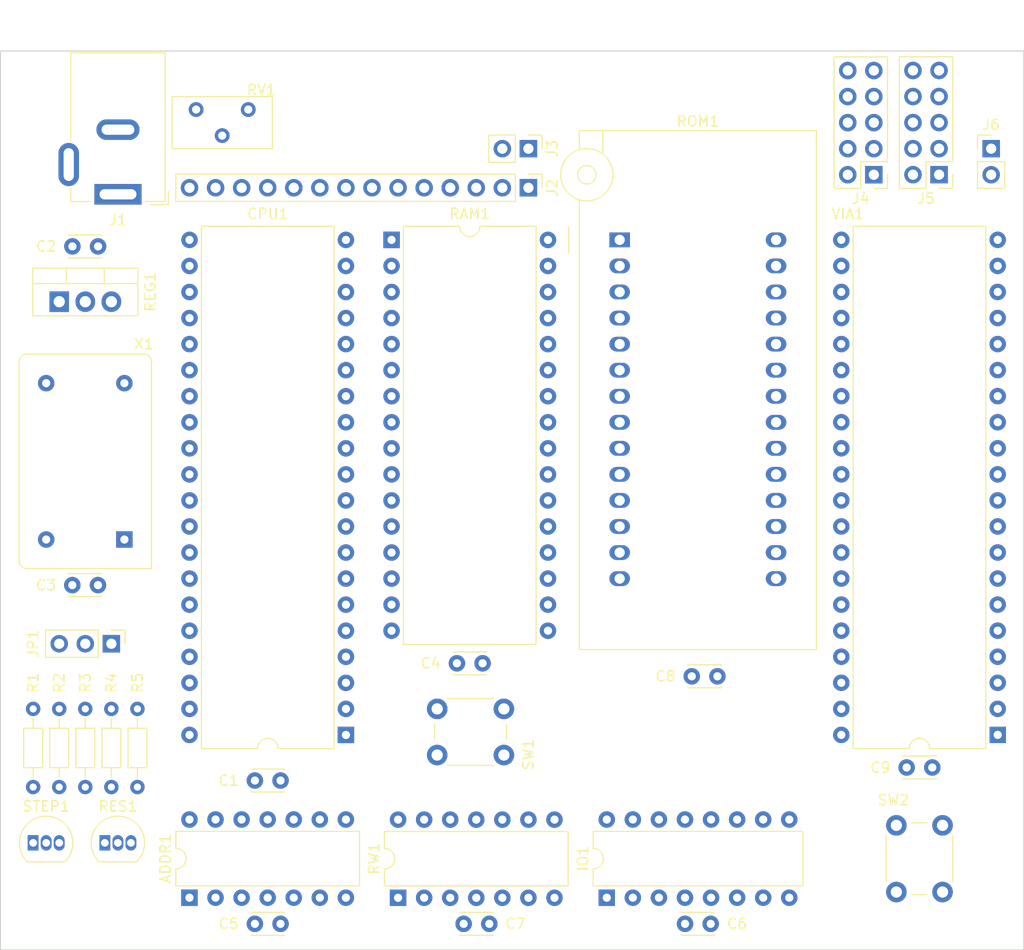
<source format=kicad_pcb>
(kicad_pcb (version 20211014) (generator pcbnew)
  (layers (0 "F.Cu" signal) (31 "B.Cu" signal) (34 "B.Paste" user) (35 "F.Paste" user) (36 "B.SilkS" user "B.Silkscreen") (37 "F.SilkS" user "F.Silkscreen") (38 "B.Mask" user) (39 "F.Mask" user) (44 "Edge.Cuts" user))
  (net 0 "")
  (net 1 "GND")
  (net 2 "Net-(CPU1-Pad38)")
  (net 3 "+5V")
  (net 5 "Net-(CPU1-Pad2)")
  (net 7 "~{IRQ}")
  (net 9 "Net-(CPU1-Pad6)")
  (net 11 "A_{0}")
  (net 12 "A_{1}")
  (net 13 "A_{2}")
  (net 14 "A_{3}")
  (net 15 "A_{4}")
  (net 16 "A_{5}")
  (net 17 "A_{6}")
  (net 18 "A_{7}")
  (net 19 "A_{8}")
  (net 20 "A_{9}")
  (net 21 "A_{10}")
  (net 22 "A_{11}")
  (net 23 "A_{12}")
  (net 24 "A_{13}")
  (net 25 "A_{14}")
  (net 26 "A_{15}")
  (net 27 "D_{7}")
  (net 28 "D_{6}")
  (net 29 "D_{5}")
  (net 30 "D_{4}")
  (net 31 "D_{3}")
  (net 32 "D_{2}")
  (net 33 "D_{1}")
  (net 34 "D_{0}")
  (net 35 "R~{W}")
  (net 37 "Net-(CPU1-Pad36)")
  (net 38 "Net-(CPU1-Pad37)")
  (net 39 "Ф2")
  (net 40 "~{RES}")
  (net 41 "ROM~{EN}")
  (net 42 "~{RD}")
  (net 43 "RAM~{EN}")
  (net 50 "VIA~{EN}")
  (net 51 "LCD~{EN}")
  (net 52 "Net-(C2-Pad1)")
  (net 53 "~{WD}")
  (net 54 "STEP")
  (net 55 "CLK")
  (net 56 "Net-(ADDR1-Pad3)")
  (net 58 "Net-(RW1-Pad3)")
  (net 59 "Net-(VIA1-Pad3)")
  (net 60 "Net-(VIA1-Pad4)")
  (net 61 "Net-(VIA1-Pad5)")
  (net 62 "Net-(VIA1-Pad6)")
  (net 63 "Net-(VIA1-Pad7)")
  (net 64 "Net-(VIA1-Pad8)")
  (net 65 "Net-(VIA1-Pad9)")
  (net 66 "Net-(VIA1-Pad40)")
  (net 67 "Net-(VIA1-Pad39)")
  (net 68 "Net-(VIA1-Pad10)")
  (net 69 "Net-(VIA1-Pad11)")
  (net 70 "Net-(VIA1-Pad12)")
  (net 71 "Net-(VIA1-Pad13)")
  (net 72 "Net-(VIA1-Pad14)")
  (net 73 "Net-(VIA1-Pad15)")
  (net 74 "Net-(VIA1-Pad16)")
  (net 75 "Net-(VIA1-Pad17)")
  (net 76 "Net-(VIA1-Pad18)")
  (net 77 "Net-(VIA1-Pad19)")
  (net 78 "Net-(RV1-Pad2)")
  (net 85 "Net-(VIA1-Pad2)")
  (footprint "Package_DIP:DIP-32_W15.24mm" (layer "F.Cu") (at 57.785 36.195)
    (fp_text reference "RAM1" (at 7.62 -2.54) (layer "F.SilkS"))
    (fp_text value "AS6C4008")
    (pad "1" thru_hole rect (at 0 0) (size 1.6 1.6) (drill 0.8) (layers *.Cu *.Mask) (net 3 "+5V"))
    (pad "2" thru_hole oval (at 0 2.54) (size 1.6 1.6) (drill 0.8) (layers *.Cu *.Mask) (net 3 "+5V"))
    (pad "3" thru_hole oval (at 0 5.08) (size 1.6 1.6) (drill 0.8) (layers *.Cu *.Mask) (net 25 "A_{14}"))
    (pad "4" thru_hole oval (at 0 7.62) (size 1.6 1.6) (drill 0.8) (layers *.Cu *.Mask) (net 23 "A_{12}"))
    (pad "5" thru_hole oval (at 0 10.16) (size 1.6 1.6) (drill 0.8) (layers *.Cu *.Mask) (net 18 "A_{7}"))
    (pad "6" thru_hole oval (at 0 12.7) (size 1.6 1.6) (drill 0.8) (layers *.Cu *.Mask) (net 17 "A_{6}"))
    (pad "7" thru_hole oval (at 0 15.24) (size 1.6 1.6) (drill 0.8) (layers *.Cu *.Mask) (net 16 "A_{5}"))
    (pad "8" thru_hole oval (at 0 17.78) (size 1.6 1.6) (drill 0.8) (layers *.Cu *.Mask) (net 15 "A_{4}"))
    (pad "9" thru_hole oval (at 0 20.32) (size 1.6 1.6) (drill 0.8) (layers *.Cu *.Mask) (net 14 "A_{3}"))
    (pad "10" thru_hole oval (at 0 22.86) (size 1.6 1.6) (drill 0.8) (layers *.Cu *.Mask) (net 13 "A_{2}"))
    (pad "11" thru_hole oval (at 0 25.4) (size 1.6 1.6) (drill 0.8) (layers *.Cu *.Mask) (net 12 "A_{1}"))
    (pad "12" thru_hole oval (at 0 27.94) (size 1.6 1.6) (drill 0.8) (layers *.Cu *.Mask) (net 11 "A_{0}"))
    (pad "13" thru_hole oval (at 0 30.48) (size 1.6 1.6) (drill 0.8) (layers *.Cu *.Mask) (net 34 "D_{0}"))
    (pad "14" thru_hole oval (at 0 33.02) (size 1.6 1.6) (drill 0.8) (layers *.Cu *.Mask) (net 33 "D_{1}"))
    (pad "15" thru_hole oval (at 0 35.56) (size 1.6 1.6) (drill 0.8) (layers *.Cu *.Mask) (net 32 "D_{2}"))
    (pad "16" thru_hole oval (at 0 38.1) (size 1.6 1.6) (drill 0.8) (layers *.Cu *.Mask) (net 1 "GND"))
    (pad "17" thru_hole oval (at 15.24 38.1) (size 1.6 1.6) (drill 0.8) (layers *.Cu *.Mask) (net 31 "D_{3}"))
    (pad "18" thru_hole oval (at 15.24 35.56) (size 1.6 1.6) (drill 0.8) (layers *.Cu *.Mask) (net 30 "D_{4}"))
    (pad "19" thru_hole oval (at 15.24 33.02) (size 1.6 1.6) (drill 0.8) (layers *.Cu *.Mask) (net 29 "D_{5}"))
    (pad "20" thru_hole oval (at 15.24 30.48) (size 1.6 1.6) (drill 0.8) (layers *.Cu *.Mask) (net 28 "D_{6}"))
    (pad "21" thru_hole oval (at 15.24 27.94) (size 1.6 1.6) (drill 0.8) (layers *.Cu *.Mask) (net 27 "D_{7}"))
    (pad "22" thru_hole oval (at 15.24 25.4) (size 1.6 1.6) (drill 0.8) (layers *.Cu *.Mask) (net 43 "RAM~{EN}"))
    (pad "23" thru_hole oval (at 15.24 22.86) (size 1.6 1.6) (drill 0.8) (layers *.Cu *.Mask) (net 21 "A_{10}"))
    (pad "24" thru_hole oval (at 15.24 20.32) (size 1.6 1.6) (drill 0.8) (layers *.Cu *.Mask) (net 42 "~{RD}"))
    (pad "25" thru_hole oval (at 15.24 17.78) (size 1.6 1.6) (drill 0.8) (layers *.Cu *.Mask) (net 22 "A_{11}"))
    (pad "26" thru_hole oval (at 15.24 15.24) (size 1.6 1.6) (drill 0.8) (layers *.Cu *.Mask) (net 20 "A_{9}"))
    (pad "27" thru_hole oval (at 15.24 12.7) (size 1.6 1.6) (drill 0.8) (layers *.Cu *.Mask) (net 19 "A_{8}"))
    (pad "28" thru_hole oval (at 15.24 10.16) (size 1.6 1.6) (drill 0.8) (layers *.Cu *.Mask) (net 24 "A_{13}"))
    (pad "29" thru_hole oval (at 15.24 7.62) (size 1.6 1.6) (drill 0.8) (layers *.Cu *.Mask) (net 53 "~{WD}"))
    (pad "30" thru_hole oval (at 15.24 5.08) (size 1.6 1.6) (drill 0.8) (layers *.Cu *.Mask) (net 3 "+5V"))
    (pad "31" thru_hole oval (at 15.24 2.54) (size 1.6 1.6) (drill 0.8) (layers *.Cu *.Mask) (net 26 "A_{15}"))
    (pad "32" thru_hole oval (at 15.24 0) (size 1.6 1.6) (drill 0.8) (layers *.Cu *.Mask) (net 3 "+5V"))
  )
  (footprint "Package_DIP:DIP-40_W15.24mm" (layer "F.Cu") (at 116.845 84.45 180)
    (fp_text reference "VIA1" (at 14.61 50.795) (layer "F.SilkS"))
    (fp_text value "W65C22N6TPG")
    (pad "1" thru_hole rect (at 0 0 180) (size 1.6 1.6) (drill 0.8) (layers *.Cu *.Mask) (net 1 "GND"))
    (pad "2" thru_hole oval (at 0 2.54 180) (size 1.6 1.6) (drill 0.8) (layers *.Cu *.Mask) (net 85 "Net-(VIA1-Pad2)"))
    (pad "3" thru_hole oval (at 0 5.08 180) (size 1.6 1.6) (drill 0.8) (layers *.Cu *.Mask) (net 59 "Net-(VIA1-Pad3)"))
    (pad "4" thru_hole oval (at 0 7.62 180) (size 1.6 1.6) (drill 0.8) (layers *.Cu *.Mask) (net 60 "Net-(VIA1-Pad4)"))
    (pad "5" thru_hole oval (at 0 10.16 180) (size 1.6 1.6) (drill 0.8) (layers *.Cu *.Mask) (net 61 "Net-(VIA1-Pad5)"))
    (pad "6" thru_hole oval (at 0 12.7 180) (size 1.6 1.6) (drill 0.8) (layers *.Cu *.Mask) (net 62 "Net-(VIA1-Pad6)"))
    (pad "7" thru_hole oval (at 0 15.24 180) (size 1.6 1.6) (drill 0.8) (layers *.Cu *.Mask) (net 63 "Net-(VIA1-Pad7)"))
    (pad "8" thru_hole oval (at 0 17.78 180) (size 1.6 1.6) (drill 0.8) (layers *.Cu *.Mask) (net 64 "Net-(VIA1-Pad8)"))
    (pad "9" thru_hole oval (at 0 20.32 180) (size 1.6 1.6) (drill 0.8) (layers *.Cu *.Mask) (net 65 "Net-(VIA1-Pad9)"))
    (pad "10" thru_hole oval (at 0 22.86 180) (size 1.6 1.6) (drill 0.8) (layers *.Cu *.Mask) (net 68 "Net-(VIA1-Pad10)"))
    (pad "11" thru_hole oval (at 0 25.4 180) (size 1.6 1.6) (drill 0.8) (layers *.Cu *.Mask) (net 69 "Net-(VIA1-Pad11)"))
    (pad "12" thru_hole oval (at 0 27.94 180) (size 1.6 1.6) (drill 0.8) (layers *.Cu *.Mask) (net 70 "Net-(VIA1-Pad12)"))
    (pad "13" thru_hole oval (at 0 30.48 180) (size 1.6 1.6) (drill 0.8) (layers *.Cu *.Mask) (net 71 "Net-(VIA1-Pad13)"))
    (pad "14" thru_hole oval (at 0 33.02 180) (size 1.6 1.6) (drill 0.8) (layers *.Cu *.Mask) (net 72 "Net-(VIA1-Pad14)"))
    (pad "15" thru_hole oval (at 0 35.56 180) (size 1.6 1.6) (drill 0.8) (layers *.Cu *.Mask) (net 73 "Net-(VIA1-Pad15)"))
    (pad "16" thru_hole oval (at 0 38.1 180) (size 1.6 1.6) (drill 0.8) (layers *.Cu *.Mask) (net 74 "Net-(VIA1-Pad16)"))
    (pad "17" thru_hole oval (at 0 40.64 180) (size 1.6 1.6) (drill 0.8) (layers *.Cu *.Mask) (net 75 "Net-(VIA1-Pad17)"))
    (pad "18" thru_hole oval (at 0 43.18 180) (size 1.6 1.6) (drill 0.8) (layers *.Cu *.Mask) (net 76 "Net-(VIA1-Pad18)"))
    (pad "19" thru_hole oval (at 0 45.72 180) (size 1.6 1.6) (drill 0.8) (layers *.Cu *.Mask) (net 77 "Net-(VIA1-Pad19)"))
    (pad "20" thru_hole oval (at 0 48.26 180) (size 1.6 1.6) (drill 0.8) (layers *.Cu *.Mask) (net 3 "+5V"))
    (pad "21" thru_hole oval (at 15.24 48.26 180) (size 1.6 1.6) (drill 0.8) (layers *.Cu *.Mask) (net 7 "~{IRQ}"))
    (pad "22" thru_hole oval (at 15.24 45.72 180) (size 1.6 1.6) (drill 0.8) (layers *.Cu *.Mask) (net 35 "R~{W}"))
    (pad "23" thru_hole oval (at 15.24 43.18 180) (size 1.6 1.6) (drill 0.8) (layers *.Cu *.Mask) (net 50 "VIA~{EN}"))
    (pad "24" thru_hole oval (at 15.24 40.64 180) (size 1.6 1.6) (drill 0.8) (layers *.Cu *.Mask) (net 3 "+5V"))
    (pad "25" thru_hole oval (at 15.24 38.1 180) (size 1.6 1.6) (drill 0.8) (layers *.Cu *.Mask) (net 39 "Ф2"))
    (pad "26" thru_hole oval (at 15.24 35.56 180) (size 1.6 1.6) (drill 0.8) (layers *.Cu *.Mask) (net 27 "D_{7}"))
    (pad "27" thru_hole oval (at 15.24 33.02 180) (size 1.6 1.6) (drill 0.8) (layers *.Cu *.Mask) (net 28 "D_{6}"))
    (pad "28" thru_hole oval (at 15.24 30.48 180) (size 1.6 1.6) (drill 0.8) (layers *.Cu *.Mask) (net 29 "D_{5}"))
    (pad "29" thru_hole oval (at 15.24 27.94 180) (size 1.6 1.6) (drill 0.8) (layers *.Cu *.Mask) (net 30 "D_{4}"))
    (pad "30" thru_hole oval (at 15.24 25.4 180) (size 1.6 1.6) (drill 0.8) (layers *.Cu *.Mask) (net 31 "D_{3}"))
    (pad "31" thru_hole oval (at 15.24 22.86 180) (size 1.6 1.6) (drill 0.8) (layers *.Cu *.Mask) (net 32 "D_{2}"))
    (pad "32" thru_hole oval (at 15.24 20.32 180) (size 1.6 1.6) (drill 0.8) (layers *.Cu *.Mask) (net 33 "D_{1}"))
    (pad "33" thru_hole oval (at 15.24 17.78 180) (size 1.6 1.6) (drill 0.8) (layers *.Cu *.Mask) (net 34 "D_{0}"))
    (pad "34" thru_hole oval (at 15.24 15.24 180) (size 1.6 1.6) (drill 0.8) (layers *.Cu *.Mask) (net 40 "~{RES}"))
    (pad "35" thru_hole oval (at 15.24 12.7 180) (size 1.6 1.6) (drill 0.8) (layers *.Cu *.Mask) (net 14 "A_{3}"))
    (pad "36" thru_hole oval (at 15.24 10.16 180) (size 1.6 1.6) (drill 0.8) (layers *.Cu *.Mask) (net 13 "A_{2}"))
    (pad "37" thru_hole oval (at 15.24 7.62 180) (size 1.6 1.6) (drill 0.8) (layers *.Cu *.Mask) (net 12 "A_{1}"))
    (pad "38" thru_hole oval (at 15.24 5.08 180) (size 1.6 1.6) (drill 0.8) (layers *.Cu *.Mask) (net 11 "A_{0}"))
    (pad "39" thru_hole oval (at 15.24 2.54 180) (size 1.6 1.6) (drill 0.8) (layers *.Cu *.Mask) (net 67 "Net-(VIA1-Pad39)"))
    (pad "40" thru_hole oval (at 15.24 0 180) (size 1.6 1.6) (drill 0.8) (layers *.Cu *.Mask) (net 66 "Net-(VIA1-Pad40)"))
  )
  (footprint "Button_Switch_THT:SW_PUSH_6mm_H5mm" (layer "F.Cu") (at 106.97 99.77 90)
    (fp_text reference "SW2" (at 8.965 -0.29 180) (layer "F.SilkS"))
    (fp_text value "Reset")
    (pad "1" thru_hole circle (at 6.5 0 180) (size 2 2) (drill 1.1) (layers *.Cu *.Mask) (net 40 "~{RES}"))
    (pad "1" thru_hole circle (at 0 0 180) (size 2 2) (drill 1.1) (layers *.Cu *.Mask) (net 40 "~{RES}"))
    (pad "2" thru_hole circle (at 0 4.5 180) (size 2 2) (drill 1.1) (layers *.Cu *.Mask) (net 1 "GND"))
    (pad "2" thru_hole circle (at 6.5 4.5 180) (size 2 2) (drill 1.1) (layers *.Cu *.Mask) (net 1 "GND"))
  )
  (footprint "Capacitor_THT:C_Disc_D3.0mm_W2.0mm_P2.50mm" (layer "F.Cu") (at 44.47 102.87)
    (fp_text reference "C5" (at -2.56 0) (layer "F.SilkS"))
    (fp_text value "0.1uF")
    (pad "1" thru_hole circle (at 0 0) (size 1.6 1.6) (drill 0.8) (layers *.Cu *.Mask) (net 3 "+5V"))
    (pad "2" thru_hole circle (at 2.5 0) (size 1.6 1.6) (drill 0.8) (layers *.Cu *.Mask) (net 1 "GND"))
  )
  (footprint "Connector_PinHeader_2.54mm:PinHeader_2x05_P2.54mm_Vertical" (layer "F.Cu") (at 104.775 29.845 180)
    (fp_text reference "J4" (at 1.27 -2.33) (layer "F.SilkS"))
    (fp_text value "VIA_A")
    (pad "1" thru_hole rect (at 0 0 180) (size 1.7 1.7) (drill 1) (layers *.Cu *.Mask) (net 85 "Net-(VIA1-Pad2)"))
    (pad "2" thru_hole oval (at 2.54 0 180) (size 1.7 1.7) (drill 1) (layers *.Cu *.Mask) (net 59 "Net-(VIA1-Pad3)"))
    (pad "3" thru_hole oval (at 0 2.54 180) (size 1.7 1.7) (drill 1) (layers *.Cu *.Mask) (net 60 "Net-(VIA1-Pad4)"))
    (pad "4" thru_hole oval (at 2.54 2.54 180) (size 1.7 1.7) (drill 1) (layers *.Cu *.Mask) (net 61 "Net-(VIA1-Pad5)"))
    (pad "5" thru_hole oval (at 0 5.08 180) (size 1.7 1.7) (drill 1) (layers *.Cu *.Mask) (net 62 "Net-(VIA1-Pad6)"))
    (pad "6" thru_hole oval (at 2.54 5.08 180) (size 1.7 1.7) (drill 1) (layers *.Cu *.Mask) (net 63 "Net-(VIA1-Pad7)"))
    (pad "7" thru_hole oval (at 0 7.62 180) (size 1.7 1.7) (drill 1) (layers *.Cu *.Mask) (net 64 "Net-(VIA1-Pad8)"))
    (pad "8" thru_hole oval (at 2.54 7.62 180) (size 1.7 1.7) (drill 1) (layers *.Cu *.Mask) (net 65 "Net-(VIA1-Pad9)"))
    (pad "9" thru_hole oval (at 0 10.16 180) (size 1.7 1.7) (drill 1) (layers *.Cu *.Mask) (net 66 "Net-(VIA1-Pad40)"))
    (pad "10" thru_hole oval (at 2.54 10.16 180) (size 1.7 1.7) (drill 1) (layers *.Cu *.Mask) (net 67 "Net-(VIA1-Pad39)"))
  )
  (footprint "Connector_PinHeader_2.54mm:PinHeader_2x05_P2.54mm_Vertical" (layer "F.Cu") (at 111.13 29.84 180)
    (fp_text reference "J5" (at 1.27 -2.33) (layer "F.SilkS"))
    (fp_text value "VIA_B")
    (pad "1" thru_hole rect (at 0 0 180) (size 1.7 1.7) (drill 1) (layers *.Cu *.Mask) (net 68 "Net-(VIA1-Pad10)"))
    (pad "2" thru_hole oval (at 2.54 0 180) (size 1.7 1.7) (drill 1) (layers *.Cu *.Mask) (net 69 "Net-(VIA1-Pad11)"))
    (pad "3" thru_hole oval (at 0 2.54 180) (size 1.7 1.7) (drill 1) (layers *.Cu *.Mask) (net 70 "Net-(VIA1-Pad12)"))
    (pad "4" thru_hole oval (at 2.54 2.54 180) (size 1.7 1.7) (drill 1) (layers *.Cu *.Mask) (net 71 "Net-(VIA1-Pad13)"))
    (pad "5" thru_hole oval (at 0 5.08 180) (size 1.7 1.7) (drill 1) (layers *.Cu *.Mask) (net 72 "Net-(VIA1-Pad14)"))
    (pad "6" thru_hole oval (at 2.54 5.08 180) (size 1.7 1.7) (drill 1) (layers *.Cu *.Mask) (net 73 "Net-(VIA1-Pad15)"))
    (pad "7" thru_hole oval (at 0 7.62 180) (size 1.7 1.7) (drill 1) (layers *.Cu *.Mask) (net 74 "Net-(VIA1-Pad16)"))
    (pad "8" thru_hole oval (at 2.54 7.62 180) (size 1.7 1.7) (drill 1) (layers *.Cu *.Mask) (net 75 "Net-(VIA1-Pad17)"))
    (pad "9" thru_hole oval (at 0 10.16 180) (size 1.7 1.7) (drill 1) (layers *.Cu *.Mask) (net 76 "Net-(VIA1-Pad18)"))
    (pad "10" thru_hole oval (at 2.54 10.16 180) (size 1.7 1.7) (drill 1) (layers *.Cu *.Mask) (net 77 "Net-(VIA1-Pad19)"))
  )
  (footprint "Package_TO_SOT_THT:TO-92_Inline" (layer "F.Cu") (at 29.85 94.975)
    (fp_text reference "RES1" (at 1.27 -3.56) (layer "F.SilkS"))
    (fp_text value "DS1813")
    (pad "1" thru_hole rect (at 0 0) (size 1.05 1.5) (drill 0.75) (layers *.Cu *.Mask) (net 40 "~{RES}"))
    (pad "2" thru_hole oval (at 1.27 0) (size 1.05 1.5) (drill 0.75) (layers *.Cu *.Mask) (net 3 "+5V"))
    (pad "3" thru_hole oval (at 2.54 0) (size 1.05 1.5) (drill 0.75) (layers *.Cu *.Mask) (net 1 "GND"))
  )
  (footprint "Capacitor_THT:C_Disc_D3.0mm_W2.0mm_P2.50mm" (layer "F.Cu") (at 88.88 102.87 180)
    (fp_text reference "C6" (at -2.56 0) (layer "F.SilkS"))
    (fp_text value "0.1uF")
    (pad "1" thru_hole circle (at 0 0 180) (size 1.6 1.6) (drill 0.8) (layers *.Cu *.Mask) (net 3 "+5V"))
    (pad "2" thru_hole circle (at 2.5 0 180) (size 1.6 1.6) (drill 0.8) (layers *.Cu *.Mask) (net 1 "GND"))
  )
  (footprint "MountingHole:MountingHole_2.5mm" (layer "F.Cu") (at 22.86 102.235)
    (fp_text reference "REF**" hide)
    (fp_text value "MountingHole_2.5mm" hide)
    (pad "" np_thru_hole circle (at 0 0) (size 2.5 2.5) (drill 2.5) (layers *.Cu *.Mask))
  )
  (footprint "Potentiometer_THT:Potentiometer_Bourns_3296Y_Vertical" (layer "F.Cu") (at 43.825 23.49)
    (fp_text reference "RV1" (at 1.27 -1.905) (layer "F.SilkS"))
    (fp_text value "10K")
    (pad "1" thru_hole circle (at 0 0) (size 1.44 1.44) (drill 0.8) (layers *.Cu *.Mask) (net 1 "GND"))
    (pad "2" thru_hole circle (at -2.54 2.54) (size 1.44 1.44) (drill 0.8) (layers *.Cu *.Mask) (net 78 "Net-(RV1-Pad2)"))
    (pad "3" thru_hole circle (at -5.08 0) (size 1.44 1.44) (drill 0.8) (layers *.Cu *.Mask) (net 3 "+5V"))
  )
  (footprint "Package_DIP:DIP-14_W7.62mm" (layer "F.Cu") (at 58.42 100.33 90)
    (fp_text reference "RW1" (at 3.81 -2.33 90) (layer "F.SilkS"))
    (fp_text value "74HC00")
    (pad "1" thru_hole rect (at 0 0 90) (size 1.6 1.6) (drill 0.8) (layers *.Cu *.Mask) (net 35 "R~{W}"))
    (pad "2" thru_hole oval (at 0 2.54 90) (size 1.6 1.6) (drill 0.8) (layers *.Cu *.Mask) (net 35 "R~{W}"))
    (pad "3" thru_hole oval (at 0 5.08 90) (size 1.6 1.6) (drill 0.8) (layers *.Cu *.Mask) (net 58 "Net-(RW1-Pad3)"))
    (pad "4" thru_hole oval (at 0 7.62 90) (size 1.6 1.6) (drill 0.8) (layers *.Cu *.Mask) (net 58 "Net-(RW1-Pad3)"))
    (pad "5" thru_hole oval (at 0 10.16 90) (size 1.6 1.6) (drill 0.8) (layers *.Cu *.Mask) (net 39 "Ф2"))
    (pad "6" thru_hole oval (at 0 12.7 90) (size 1.6 1.6) (drill 0.8) (layers *.Cu *.Mask) (net 53 "~{WD}"))
    (pad "7" thru_hole oval (at 0 15.24 90) (size 1.6 1.6) (drill 0.8) (layers *.Cu *.Mask) (net 1 "GND"))
    (pad "8" thru_hole oval (at 7.62 15.24 90) (size 1.6 1.6) (drill 0.8) (layers *.Cu *.Mask) (net 42 "~{RD}"))
    (pad "9" thru_hole oval (at 7.62 12.7 90) (size 1.6 1.6) (drill 0.8) (layers *.Cu *.Mask) (net 35 "R~{W}"))
    (pad "10" thru_hole oval (at 7.62 10.16 90) (size 1.6 1.6) (drill 0.8) (layers *.Cu *.Mask) (net 39 "Ф2"))
    (pad "11" thru_hole oval (at 7.62 7.62 90) (size 1.6 1.6) (drill 0.8) (layers *.Cu *.Mask))
    (pad "12" thru_hole oval (at 7.62 5.08 90) (size 1.6 1.6) (drill 0.8) (layers *.Cu *.Mask))
    (pad "13" thru_hole oval (at 7.62 2.54 90) (size 1.6 1.6) (drill 0.8) (layers *.Cu *.Mask))
    (pad "14" thru_hole oval (at 7.62 0 90) (size 1.6 1.6) (drill 0.8) (layers *.Cu *.Mask) (net 3 "+5V"))
  )
  (footprint "Package_DIP:DIP-40_W15.24mm" (layer "F.Cu") (at 53.34 84.455 180)
    (fp_text reference "CPU1" (at 7.62 50.8) (layer "F.SilkS"))
    (fp_text value "W65C02S6TPG")
    (pad "1" thru_hole rect (at 0 0 180) (size 1.6 1.6) (drill 0.8) (layers *.Cu *.Mask))
    (pad "2" thru_hole oval (at 0 2.54 180) (size 1.6 1.6) (drill 0.8) (layers *.Cu *.Mask) (net 5 "Net-(CPU1-Pad2)"))
    (pad "3" thru_hole oval (at 0 5.08 180) (size 1.6 1.6) (drill 0.8) (layers *.Cu *.Mask))
    (pad "4" thru_hole oval (at 0 7.62 180) (size 1.6 1.6) (drill 0.8) (layers *.Cu *.Mask) (net 7 "~{IRQ}"))
    (pad "5" thru_hole oval (at 0 10.16 180) (size 1.6 1.6) (drill 0.8) (layers *.Cu *.Mask))
    (pad "6" thru_hole oval (at 0 12.7 180) (size 1.6 1.6) (drill 0.8) (layers *.Cu *.Mask) (net 9 "Net-(CPU1-Pad6)"))
    (pad "7" thru_hole oval (at 0 15.24 180) (size 1.6 1.6) (drill 0.8) (layers *.Cu *.Mask))
    (pad "8" thru_hole oval (at 0 17.78 180) (size 1.6 1.6) (drill 0.8) (layers *.Cu *.Mask) (net 3 "+5V"))
    (pad "9" thru_hole oval (at 0 20.32 180) (size 1.6 1.6) (drill 0.8) (layers *.Cu *.Mask) (net 11 "A_{0}"))
    (pad "10" thru_hole oval (at 0 22.86 180) (size 1.6 1.6) (drill 0.8) (layers *.Cu *.Mask) (net 12 "A_{1}"))
    (pad "11" thru_hole oval (at 0 25.4 180) (size 1.6 1.6) (drill 0.8) (layers *.Cu *.Mask) (net 13 "A_{2}"))
    (pad "12" thru_hole oval (at 0 27.94 180) (size 1.6 1.6) (drill 0.8) (layers *.Cu *.Mask) (net 14 "A_{3}"))
    (pad "13" thru_hole oval (at 0 30.48 180) (size 1.6 1.6) (drill 0.8) (layers *.Cu *.Mask) (net 15 "A_{4}"))
    (pad "14" thru_hole oval (at 0 33.02 180) (size 1.6 1.6) (drill 0.8) (layers *.Cu *.Mask) (net 16 "A_{5}"))
    (pad "15" thru_hole oval (at 0 35.56 180) (size 1.6 1.6) (drill 0.8) (layers *.Cu *.Mask) (net 17 "A_{6}"))
    (pad "16" thru_hole oval (at 0 38.1 180) (size 1.6 1.6) (drill 0.8) (layers *.Cu *.Mask) (net 18 "A_{7}"))
    (pad "17" thru_hole oval (at 0 40.64 180) (size 1.6 1.6) (drill 0.8) (layers *.Cu *.Mask) (net 19 "A_{8}"))
    (pad "18" thru_hole oval (at 0 43.18 180) (size 1.6 1.6) (drill 0.8) (layers *.Cu *.Mask) (net 20 "A_{9}"))
    (pad "19" thru_hole oval (at 0 45.72 180) (size 1.6 1.6) (drill 0.8) (layers *.Cu *.Mask) (net 21 "A_{10}"))
    (pad "20" thru_hole oval (at 0 48.26 180) (size 1.6 1.6) (drill 0.8) (layers *.Cu *.Mask) (net 22 "A_{11}"))
    (pad "21" thru_hole oval (at 15.24 48.26 180) (size 1.6 1.6) (drill 0.8) (layers *.Cu *.Mask) (net 1 "GND"))
    (pad "22" thru_hole oval (at 15.24 45.72 180) (size 1.6 1.6) (drill 0.8) (layers *.Cu *.Mask) (net 23 "A_{12}"))
    (pad "23" thru_hole oval (at 15.24 43.18 180) (size 1.6 1.6) (drill 0.8) (layers *.Cu *.Mask) (net 24 "A_{13}"))
    (pad "24" thru_hole oval (at 15.24 40.64 180) (size 1.6 1.6) (drill 0.8) (layers *.Cu *.Mask) (net 25 "A_{14}"))
    (pad "25" thru_hole oval (at 15.24 38.1 180) (size 1.6 1.6) (drill 0.8) (layers *.Cu *.Mask) (net 26 "A_{15}"))
    (pad "26" thru_hole oval (at 15.24 35.56 180) (size 1.6 1.6) (drill 0.8) (layers *.Cu *.Mask) (net 27 "D_{7}"))
    (pad "27" thru_hole oval (at 15.24 33.02 180) (size 1.6 1.6) (drill 0.8) (layers *.Cu *.Mask) (net 28 "D_{6}"))
    (pad "28" thru_hole oval (at 15.24 30.48 180) (size 1.6 1.6) (drill 0.8) (layers *.Cu *.Mask) (net 29 "D_{5}"))
    (pad "29" thru_hole oval (at 15.24 27.94 180) (size 1.6 1.6) (drill 0.8) (layers *.Cu *.Mask) (net 30 "D_{4}"))
    (pad "30" thru_hole oval (at 15.24 25.4 180) (size 1.6 1.6) (drill 0.8) (layers *.Cu *.Mask) (net 31 "D_{3}"))
    (pad "31" thru_hole oval (at 15.24 22.86 180) (size 1.6 1.6) (drill 0.8) (layers *.Cu *.Mask) (net 32 "D_{2}"))
    (pad "32" thru_hole oval (at 15.24 20.32 180) (size 1.6 1.6) (drill 0.8) (layers *.Cu *.Mask) (net 33 "D_{1}"))
    (pad "33" thru_hole oval (at 15.24 17.78 180) (size 1.6 1.6) (drill 0.8) (layers *.Cu *.Mask) (net 34 "D_{0}"))
    (pad "34" thru_hole oval (at 15.24 15.24 180) (size 1.6 1.6) (drill 0.8) (layers *.Cu *.Mask) (net 35 "R~{W}"))
    (pad "35" thru_hole oval (at 15.24 12.7 180) (size 1.6 1.6) (drill 0.8) (layers *.Cu *.Mask))
    (pad "36" thru_hole oval (at 15.24 10.16 180) (size 1.6 1.6) (drill 0.8) (layers *.Cu *.Mask) (net 37 "Net-(CPU1-Pad36)"))
    (pad "37" thru_hole oval (at 15.24 7.62 180) (size 1.6 1.6) (drill 0.8) (layers *.Cu *.Mask) (net 38 "Net-(CPU1-Pad37)"))
    (pad "38" thru_hole oval (at 15.24 5.08 180) (size 1.6 1.6) (drill 0.8) (layers *.Cu *.Mask) (net 2 "Net-(CPU1-Pad38)"))
    (pad "39" thru_hole oval (at 15.24 2.54 180) (size 1.6 1.6) (drill 0.8) (layers *.Cu *.Mask) (net 39 "Ф2"))
    (pad "40" thru_hole oval (at 15.24 0 180) (size 1.6 1.6) (drill 0.8) (layers *.Cu *.Mask) (net 40 "~{RES}"))
  )
  (footprint "Resistor_THT:R_Axial_DIN0204_L3.6mm_D1.6mm_P7.62mm_Horizontal" (layer "F.Cu") (at 30.485 89.535 90)
    (fp_text reference "R4" (at 10.16 0 90) (layer "F.SilkS"))
    (fp_text value "3K3")
    (pad "1" thru_hole circle (at 0 0 90) (size 1.4 1.4) (drill 0.7) (layers *.Cu *.Mask) (net 3 "+5V"))
    (pad "2" thru_hole oval (at 7.62 0 90) (size 1.4 1.4) (drill 0.7) (layers *.Cu *.Mask) (net 37 "Net-(CPU1-Pad36)"))
  )
  (footprint "Capacitor_THT:C_Disc_D3.0mm_W2.0mm_P2.50mm" (layer "F.Cu") (at 64.155 77.47)
    (fp_text reference "C4" (at -2.56 0) (layer "F.SilkS"))
    (fp_text value "0.1uF")
    (pad "1" thru_hole circle (at 0 0) (size 1.6 1.6) (drill 0.8) (layers *.Cu *.Mask) (net 3 "+5V"))
    (pad "2" thru_hole circle (at 2.5 0) (size 1.6 1.6) (drill 0.8) (layers *.Cu *.Mask) (net 1 "GND"))
  )
  (footprint "Connector_PinHeader_2.54mm:PinHeader_1x02_P2.54mm_Vertical" (layer "F.Cu") (at 71.12 27.305 -90)
    (fp_text reference "J3" (at 0 -2.33 90) (layer "F.SilkS"))
    (fp_text value "LCD_Light")
    (pad "1" thru_hole rect (at 0 0 270) (size 1.7 1.7) (drill 1) (layers *.Cu *.Mask) (net 1 "GND"))
    (pad "2" thru_hole oval (at 0 2.54 270) (size 1.7 1.7) (drill 1) (layers *.Cu *.Mask) (net 3 "+5V"))
  )
  (footprint "Socket:DIP_Socket-28_W11.9_W12.7_W15.24_W17.78_W18.5_3M_228-1277-00-0602J" (layer "F.Cu") (at 80.01 36.195)
    (fp_text reference "ROM1" (at 7.62 -11.56) (layer "F.SilkS"))
    (fp_text value "W27C512")
    (pad "1" thru_hole rect (at 0 0) (size 2 1.44) (drill 1) (layers *.Cu *.Mask) (net 1 "GND"))
    (pad "2" thru_hole oval (at 0 2.54) (size 2 1.44) (drill 1) (layers *.Cu *.Mask) (net 23 "A_{12}"))
    (pad "3" thru_hole oval (at 0 5.08) (size 2 1.44) (drill 1) (layers *.Cu *.Mask) (net 18 "A_{7}"))
    (pad "4" thru_hole oval (at 0 7.62) (size 2 1.44) (drill 1) (layers *.Cu *.Mask) (net 17 "A_{6}"))
    (pad "5" thru_hole oval (at 0 10.16) (size 2 1.44) (drill 1) (layers *.Cu *.Mask) (net 16 "A_{5}"))
    (pad "6" thru_hole oval (at 0 12.7) (size 2 1.44) (drill 1) (layers *.Cu *.Mask) (net 15 "A_{4}"))
    (pad "7" thru_hole oval (at 0 15.24) (size 2 1.44) (drill 1) (layers *.Cu *.Mask) (net 14 "A_{3}"))
    (pad "8" thru_hole oval (at 0 17.78) (size 2 1.44) (drill 1) (layers *.Cu *.Mask) (net 13 "A_{2}"))
    (pad "9" thru_hole oval (at 0 20.32) (size 2 1.44) (drill 1) (layers *.Cu *.Mask) (net 12 "A_{1}"))
    (pad "10" thru_hole oval (at 0 22.86) (size 2 1.44) (drill 1) (layers *.Cu *.Mask) (net 11 "A_{0}"))
    (pad "11" thru_hole oval (at 0 25.4) (size 2 1.44) (drill 1) (layers *.Cu *.Mask) (net 34 "D_{0}"))
    (pad "12" thru_hole oval (at 0 27.94) (size 2 1.44) (drill 1) (layers *.Cu *.Mask) (net 33 "D_{1}"))
    (pad "13" thru_hole oval (at 0 30.48) (size 2 1.44) (drill 1) (layers *.Cu *.Mask) (net 32 "D_{2}"))
    (pad "14" thru_hole oval (at 0 33.02) (size 2 1.44) (drill 1) (layers *.Cu *.Mask) (net 1 "GND"))
    (pad "15" thru_hole oval (at 15.24 33.02) (size 2 1.44) (drill 1) (layers *.Cu *.Mask) (net 31 "D_{3}"))
    (pad "16" thru_hole oval (at 15.24 30.48) (size 2 1.44) (drill 1) (layers *.Cu *.Mask) (net 30 "D_{4}"))
    (pad "17" thru_hole oval (at 15.24 27.94) (size 2 1.44) (drill 1) (layers *.Cu *.Mask) (net 29 "D_{5}"))
    (pad "18" thru_hole oval (at 15.24 25.4) (size 2 1.44) (drill 1) (layers *.Cu *.Mask) (net 28 "D_{6}"))
    (pad "19" thru_hole oval (at 15.24 22.86) (size 2 1.44) (drill 1) (layers *.Cu *.Mask) (net 27 "D_{7}"))
    (pad "20" thru_hole oval (at 15.24 20.32) (size 2 1.44) (drill 1) (layers *.Cu *.Mask) (net 41 "ROM~{EN}"))
    (pad "21" thru_hole oval (at 15.24 17.78) (size 2 1.44) (drill 1) (layers *.Cu *.Mask) (net 21 "A_{10}"))
    (pad "22" thru_hole oval (at 15.24 15.24) (size 2 1.44) (drill 1) (layers *.Cu *.Mask) (net 42 "~{RD}"))
    (pad "23" thru_hole oval (at 15.24 12.7) (size 2 1.44) (drill 1) (layers *.Cu *.Mask) (net 22 "A_{11}"))
    (pad "24" thru_hole oval (at 15.24 10.16) (size 2 1.44) (drill 1) (layers *.Cu *.Mask) (net 20 "A_{9}"))
    (pad "25" thru_hole oval (at 15.24 7.62) (size 2 1.44) (drill 1) (layers *.Cu *.Mask) (net 19 "A_{8}"))
    (pad "26" thru_hole oval (at 15.24 5.08) (size 2 1.44) (drill 1) (layers *.Cu *.Mask) (net 1 "GND"))
    (pad "27" thru_hole oval (at 15.24 2.54) (size 2 1.44) (drill 1) (layers *.Cu *.Mask) (net 1 "GND"))
    (pad "28" thru_hole oval (at 15.24 0) (size 2 1.44) (drill 1) (layers *.Cu *.Mask) (net 3 "+5V"))
  )
  (footprint "Oscillator:Oscillator_DIP-14" (layer "F.Cu") (at 31.755 65.405 90)
    (fp_text reference "X1" (at 19.05 1.89 180) (layer "F.SilkS"))
    (fp_text value "1 MHz")
    (pad "1" thru_hole rect (at 0 0 90) (size 1.6 1.6) (drill 0.8) (layers *.Cu *.Mask))
    (pad "7" thru_hole circle (at 15.24 0 90) (size 1.6 1.6) (drill 0.8) (layers *.Cu *.Mask) (net 1 "GND"))
    (pad "8" thru_hole circle (at 15.24 -7.62 90) (size 1.6 1.6) (drill 0.8) (layers *.Cu *.Mask) (net 55 "CLK"))
    (pad "14" thru_hole circle (at 0 -7.62 90) (size 1.6 1.6) (drill 0.8) (layers *.Cu *.Mask) (net 3 "+5V"))
  )
  (footprint "Connector_PinHeader_2.54mm:PinHeader_1x03_P2.54mm_Vertical" (layer "F.Cu") (at 30.485 75.565 -90)
    (fp_text reference "JP1" (at 0 7.635 90) (layer "F.SilkS"))
    (fp_text value "Clock_Mode")
    (pad "1" thru_hole rect (at 0 0 270) (size 1.7 1.7) (drill 1) (layers *.Cu *.Mask) (net 54 "STEP"))
    (pad "2" thru_hole oval (at 0 2.54 270) (size 1.7 1.7) (drill 1) (layers *.Cu *.Mask) (net 38 "Net-(CPU1-Pad37)"))
    (pad "3" thru_hole oval (at 0 5.08 270) (size 1.7 1.7) (drill 1) (layers *.Cu *.Mask) (net 55 "CLK"))
  )
  (footprint "Button_Switch_THT:SW_PUSH_6mm_H5mm" (layer "F.Cu") (at 62.23 81.915)
    (fp_text reference "SW1" (at 8.89 4.445 90) (layer "F.SilkS"))
    (fp_text value "Step")
    (pad "1" thru_hole circle (at 6.5 0 90) (size 2 2) (drill 1.1) (layers *.Cu *.Mask) (net 54 "STEP"))
    (pad "1" thru_hole circle (at 0 0 90) (size 2 2) (drill 1.1) (layers *.Cu *.Mask) (net 54 "STEP"))
    (pad "2" thru_hole circle (at 6.5 4.5 90) (size 2 2) (drill 1.1) (layers *.Cu *.Mask) (net 1 "GND"))
    (pad "2" thru_hole circle (at 0 4.5 90) (size 2 2) (drill 1.1) (layers *.Cu *.Mask) (net 1 "GND"))
  )
  (footprint "Capacitor_THT:C_Disc_D3.0mm_W2.0mm_P2.50mm" (layer "F.Cu") (at 67.31 102.87 180)
    (fp_text reference "C7" (at -2.54 0) (layer "F.SilkS"))
    (fp_text value "0.1uF")
    (pad "1" thru_hole circle (at 0 0 180) (size 1.6 1.6) (drill 0.8) (layers *.Cu *.Mask) (net 3 "+5V"))
    (pad "2" thru_hole circle (at 2.5 0 180) (size 1.6 1.6) (drill 0.8) (layers *.Cu *.Mask) (net 1 "GND"))
  )
  (footprint "Connector_PinHeader_2.54mm:PinHeader_1x14_P2.54mm_Vertical" (layer "F.Cu") (at 71.12 31.115 -90)
    (fp_text reference "J2" (at 0 -2.33 90) (layer "F.SilkS"))
    (fp_text value "LCD_Out")
    (pad "1" thru_hole rect (at 0 0 270) (size 1.7 1.7) (drill 1) (layers *.Cu *.Mask) (net 1 "GND"))
    (pad "2" thru_hole oval (at 0 2.54 270) (size 1.7 1.7) (drill 1) (layers *.Cu *.Mask) (net 3 "+5V"))
    (pad "3" thru_hole oval (at 0 5.08 270) (size 1.7 1.7) (drill 1) (layers *.Cu *.Mask) (net 78 "Net-(RV1-Pad2)"))
    (pad "4" thru_hole oval (at 0 7.62 270) (size 1.7 1.7) (drill 1) (layers *.Cu *.Mask) (net 11 "A_{0}"))
    (pad "5" thru_hole oval (at 0 10.16 270) (size 1.7 1.7) (drill 1) (layers *.Cu *.Mask) (net 53 "~{WD}"))
    (pad "6" thru_hole oval (at 0 12.7 270) (size 1.7 1.7) (drill 1) (layers *.Cu *.Mask) (net 51 "LCD~{EN}"))
    (pad "7" thru_hole oval (at 0 15.24 270) (size 1.7 1.7) (drill 1) (layers *.Cu *.Mask) (net 34 "D_{0}"))
    (pad "8" thru_hole oval (at 0 17.78 270) (size 1.7 1.7) (drill 1) (layers *.Cu *.Mask) (net 33 "D_{1}"))
    (pad "9" thru_hole oval (at 0 20.32 270) (size 1.7 1.7) (drill 1) (layers *.Cu *.Mask) (net 32 "D_{2}"))
    (pad "10" thru_hole oval (at 0 22.86 270) (size 1.7 1.7) (drill 1) (layers *.Cu *.Mask) (net 31 "D_{3}"))
    (pad "11" thru_hole oval (at 0 25.4 270) (size 1.7 1.7) (drill 1) (layers *.Cu *.Mask) (net 30 "D_{4}"))
    (pad "12" thru_hole oval (at 0 27.94 270) (size 1.7 1.7) (drill 1) (layers *.Cu *.Mask) (net 29 "D_{5}"))
    (pad "13" thru_hole oval (at 0 30.48 270) (size 1.7 1.7) (drill 1) (layers *.Cu *.Mask) (net 28 "D_{6}"))
    (pad "14" thru_hole oval (at 0 33.02 270) (size 1.7 1.7) (drill 1) (layers *.Cu *.Mask) (net 27 "D_{7}"))
  )
  (footprint "Package_TO_SOT_THT:TO-220-3_Vertical" (layer "F.Cu") (at 25.405 42.22)
    (fp_text reference "REG1" (at 8.875 -0.945 90) (layer "F.SilkS"))
    (fp_text value "TSC 1-2450")
    (pad "1" thru_hole rect (at 0 0) (size 1.905 2) (drill 1.1) (layers *.Cu *.Mask) (net 52 "Net-(C2-Pad1)"))
    (pad "2" thru_hole oval (at 2.54 0) (size 1.905 2) (drill 1.1) (layers *.Cu *.Mask) (net 1 "GND"))
    (pad "3" thru_hole oval (at 5.08 0) (size 1.905 2) (drill 1.1) (layers *.Cu *.Mask) (net 3 "+5V"))
  )
  (footprint "Connector_PinHeader_2.54mm:PinHeader_1x02_P2.54mm_Vertical" (layer "F.Cu") (at 116.205 27.305)
    (fp_text reference "J6" (at 0 -2.33) (layer "F.SilkS"))
    (fp_text value "VIA_Power")
    (pad "1" thru_hole rect (at 0 0) (size 1.7 1.7) (drill 1) (layers *.Cu *.Mask) (net 1 "GND"))
    (pad "2" thru_hole oval (at 0 2.54) (size 1.7 1.7) (drill 1) (layers *.Cu *.Mask) (net 3 "+5V"))
  )
  (footprint "Resistor_THT:R_Axial_DIN0204_L3.6mm_D1.6mm_P7.62mm_Horizontal" (layer "F.Cu") (at 27.945 89.535 90)
    (fp_text reference "R3" (at 10.16 0 90) (layer "F.SilkS"))
    (fp_text value "3K3")
    (pad "1" thru_hole circle (at 0 0 90) (size 1.4 1.4) (drill 0.7) (layers *.Cu *.Mask) (net 3 "+5V"))
    (pad "2" thru_hole oval (at 7.62 0 90) (size 1.4 1.4) (drill 0.7) (layers *.Cu *.Mask) (net 5 "Net-(CPU1-Pad2)"))
  )
  (footprint "Resistor_THT:R_Axial_DIN0204_L3.6mm_D1.6mm_P7.62mm_Horizontal" (layer "F.Cu") (at 22.865 89.535 90)
    (fp_text reference "R1" (at 10.16 0 90) (layer "F.SilkS"))
    (fp_text value "3K3")
    (pad "1" thru_hole circle (at 0 0 90) (size 1.4 1.4) (drill 0.7) (layers *.Cu *.Mask) (net 3 "+5V"))
    (pad "2" thru_hole oval (at 7.62 0 90) (size 1.4 1.4) (drill 0.7) (layers *.Cu *.Mask) (net 7 "~{IRQ}"))
  )
  (footprint "Capacitor_THT:C_Disc_D3.0mm_W2.0mm_P2.50mm" (layer "F.Cu") (at 26.69 36.83)
    (fp_text reference "C2" (at -2.555 0) (layer "F.SilkS"))
    (fp_text value "10uF")
    (pad "1" thru_hole circle (at 0 0) (size 1.6 1.6) (drill 0.8) (layers *.Cu *.Mask) (net 52 "Net-(C2-Pad1)"))
    (pad "2" thru_hole circle (at 2.5 0) (size 1.6 1.6) (drill 0.8) (layers *.Cu *.Mask) (net 1 "GND"))
  )
  (footprint "MountingHole:MountingHole_2.5mm" (layer "F.Cu") (at 22.86 20.955)
    (fp_text reference "REF**" hide)
    (fp_text value "MountingHole_2.5mm" hide)
    (pad "" np_thru_hole circle (at 0 0) (size 2.5 2.5) (drill 2.5) (layers *.Cu *.Mask))
  )
  (footprint "Capacitor_THT:C_Disc_D3.0mm_W2.0mm_P2.50mm" (layer "F.Cu") (at 87.035 78.74)
    (fp_text reference "C8" (at -2.56 0) (layer "F.SilkS"))
    (fp_text value "0.1uF")
    (pad "1" thru_hole circle (at 0 0) (size 1.6 1.6) (drill 0.8) (layers *.Cu *.Mask) (net 3 "+5V"))
    (pad "2" thru_hole circle (at 2.5 0) (size 1.6 1.6) (drill 0.8) (layers *.Cu *.Mask) (net 1 "GND"))
  )
  (footprint "Package_DIP:DIP-16_W7.62mm" (layer "F.Cu") (at 78.755 100.32 90)
    (fp_text reference "IO1" (at 3.81 -2.33 90) (layer "F.SilkS"))
    (fp_text value "74HC138")
    (pad "1" thru_hole rect (at 0 0 90) (size 1.6 1.6) (drill 0.8) (layers *.Cu *.Mask) (net 19 "A_{8}"))
    (pad "2" thru_hole oval (at 0 2.54 90) (size 1.6 1.6) (drill 0.8) (layers *.Cu *.Mask) (net 20 "A_{9}"))
    (pad "3" thru_hole oval (at 0 5.08 90) (size 1.6 1.6) (drill 0.8) (layers *.Cu *.Mask) (net 21 "A_{10}"))
    (pad "4" thru_hole oval (at 0 7.62 90) (size 1.6 1.6) (drill 0.8) (layers *.Cu *.Mask) (net 24 "A_{13}"))
    (pad "5" thru_hole oval (at 0 10.16 90) (size 1.6 1.6) (drill 0.8) (layers *.Cu *.Mask) (net 23 "A_{12}"))
    (pad "6" thru_hole oval (at 0 12.7 90) (size 1.6 1.6) (drill 0.8) (layers *.Cu *.Mask) (net 43 "RAM~{EN}"))
    (pad "7" thru_hole oval (at 0 15.24 90) (size 1.6 1.6) (drill 0.8) (layers *.Cu *.Mask))
    (pad "8" thru_hole oval (at 0 17.78 90) (size 1.6 1.6) (drill 0.8) (layers *.Cu *.Mask) (net 1 "GND"))
    (pad "9" thru_hole oval (at 7.62 17.78 90) (size 1.6 1.6) (drill 0.8) (layers *.Cu *.Mask))
    (pad "10" thru_hole oval (at 7.62 15.24 90) (size 1.6 1.6) (drill 0.8) (layers *.Cu *.Mask))
    (pad "11" thru_hole oval (at 7.62 12.7 90) (size 1.6 1.6) (drill 0.8) (layers *.Cu *.Mask))
    (pad "12" thru_hole oval (at 7.62 10.16 90) (size 1.6 1.6) (drill 0.8) (layers *.Cu *.Mask))
    (pad "13" thru_hole oval (at 7.62 7.62 90) (size 1.6 1.6) (drill 0.8) (layers *.Cu *.Mask))
    (pad "14" thru_hole oval (at 7.62 5.08 90) (size 1.6 1.6) (drill 0.8) (layers *.Cu *.Mask) (net 50 "VIA~{EN}"))
    (pad "15" thru_hole oval (at 7.62 2.54 90) (size 1.6 1.6) (drill 0.8) (layers *.Cu *.Mask) (net 51 "LCD~{EN}"))
    (pad "16" thru_hole oval (at 7.62 0 90) (size 1.6 1.6) (drill 0.8) (layers *.Cu *.Mask) (net 3 "+5V"))
  )
  (footprint "Package_TO_SOT_THT:TO-92_Inline" (layer "F.Cu") (at 22.865 94.975)
    (fp_text reference "STEP1" (at 1.27 -3.56) (layer "F.SilkS"))
    (fp_text value "DS1813")
    (pad "1" thru_hole rect (at 0 0) (size 1.05 1.5) (drill 0.75) (layers *.Cu *.Mask) (net 54 "STEP"))
    (pad "2" thru_hole oval (at 1.27 0) (size 1.05 1.5) (drill 0.75) (layers *.Cu *.Mask) (net 3 "+5V"))
    (pad "3" thru_hole oval (at 2.54 0) (size 1.05 1.5) (drill 0.75) (layers *.Cu *.Mask) (net 1 "GND"))
  )
  (footprint "MountingHole:MountingHole_2.5mm" (layer "F.Cu") (at 116.205 102.235)
    (fp_text reference "REF**" hide)
    (fp_text value "MountingHole_2.5mm" hide)
    (pad "" np_thru_hole circle (at 0 0) (size 2.5 2.5) (drill 2.5) (layers *.Cu *.Mask))
  )
  (footprint "Connector_BarrelJack:BarrelJack_GCT_DCJ200-10-A_Horizontal" (layer "F.Cu") (at 31.13 31.75 180)
    (fp_text reference "J1" (at 0 -2.5) (layer "F.SilkS"))
    (fp_text value "Jack-DC")
    (pad "1" thru_hole rect (at 0 0 180) (size 4.6 2) (drill oval 3.6 1) (layers *.Cu *.Mask) (net 52 "Net-(C2-Pad1)"))
    (pad "2" thru_hole oval (at 0 6.3 180) (size 4.2 2) (drill oval 3.2 1) (layers *.Cu *.Mask) (net 1 "GND"))
    (pad "3" thru_hole oval (at 4.8 2.9 180) (size 2 4.2) (drill oval 1 3.2) (layers *.Cu *.Mask))
  )
  (footprint "Capacitor_THT:C_Disc_D3.0mm_W2.0mm_P2.50mm" (layer "F.Cu") (at 107.97 87.63)
    (fp_text reference "C9" (at -2.56 0) (layer "F.SilkS"))
    (fp_text value "0.1uF")
    (pad "1" thru_hole circle (at 0 0) (size 1.6 1.6) (drill 0.8) (layers *.Cu *.Mask) (net 3 "+5V"))
    (pad "2" thru_hole circle (at 2.5 0) (size 1.6 1.6) (drill 0.8) (layers *.Cu *.Mask) (net 1 "GND"))
  )
  (footprint "Resistor_THT:R_Axial_DIN0204_L3.6mm_D1.6mm_P7.62mm_Horizontal" (layer "F.Cu") (at 25.405 89.535 90)
    (fp_text reference "R2" (at 10.16 0 90) (layer "F.SilkS"))
    (fp_text value "3K3")
    (pad "1" thru_hole circle (at 0 0 90) (size 1.4 1.4) (drill 0.7) (layers *.Cu *.Mask) (net 3 "+5V"))
    (pad "2" thru_hole oval (at 7.62 0 90) (size 1.4 1.4) (drill 0.7) (layers *.Cu *.Mask) (net 9 "Net-(CPU1-Pad6)"))
  )
  (footprint "Resistor_THT:R_Axial_DIN0204_L3.6mm_D1.6mm_P7.62mm_Horizontal" (layer "F.Cu") (at 33.025 89.535 90)
    (fp_text reference "R5" (at 10.16 0 90) (layer "F.SilkS"))
    (fp_text value "3K3")
    (pad "1" thru_hole circle (at 0 0 90) (size 1.4 1.4) (drill 0.7) (layers *.Cu *.Mask) (net 3 "+5V"))
    (pad "2" thru_hole oval (at 7.62 0 90) (size 1.4 1.4) (drill 0.7) (layers *.Cu *.Mask) (net 2 "Net-(CPU1-Pad38)"))
  )
  (footprint "Capacitor_THT:C_Disc_D3.0mm_W2.0mm_P2.50mm" (layer "F.Cu") (at 44.47 88.9)
    (fp_text reference "C1" (at -2.56 0) (layer "F.SilkS"))
    (fp_text value "0.1uF")
    (pad "1" thru_hole circle (at 0 0) (size 1.6 1.6) (drill 0.8) (layers *.Cu *.Mask) (net 3 "+5V"))
    (pad "2" thru_hole circle (at 2.5 0) (size 1.6 1.6) (drill 0.8) (layers *.Cu *.Mask) (net 1 "GND"))
  )
  (footprint "MountingHole:MountingHole_2.5mm" (layer "F.Cu") (at 116.205 20.955)
    (fp_text reference "REF**" hide)
    (fp_text value "MountingHole_2.5mm" hide)
    (pad "" np_thru_hole circle (at 0 0) (size 2.5 2.5) (drill 2.5) (layers *.Cu *.Mask))
  )
  (footprint "Capacitor_THT:C_Disc_D3.0mm_W2.0mm_P2.50mm" (layer "F.Cu") (at 26.68 69.85)
    (fp_text reference "C3" (at -2.56 0) (layer "F.SilkS"))
    (fp_text value "10uF")
    (pad "1" thru_hole circle (at 0 0) (size 1.6 1.6) (drill 0.8) (layers *.Cu *.Mask) (net 3 "+5V"))
    (pad "2" thru_hole circle (at 2.5 0) (size 1.6 1.6) (drill 0.8) (layers *.Cu *.Mask) (net 1 "GND"))
  )
  (footprint "Package_DIP:DIP-14_W7.62mm" (layer "F.Cu") (at 38.095 100.32 90)
    (fp_text reference "ADDR1" (at 3.81 -2.33 90) (layer "F.SilkS"))
    (fp_text value "74HC00")
    (pad "1" thru_hole rect (at 0 0 90) (size 1.6 1.6) (drill 0.8) (layers *.Cu *.Mask) (net 25 "A_{14}"))
    (pad "2" thru_hole oval (at 0 2.54 90) (size 1.6 1.6) (drill 0.8) (layers *.Cu *.Mask) (net 26 "A_{15}"))
    (pad "3" thru_hole oval (at 0 5.08 90) (size 1.6 1.6) (drill 0.8) (layers *.Cu *.Mask) (net 56 "Net-(ADDR1-Pad3)"))
    (pad "4" thru_hole oval (at 0 7.62 90) (size 1.6 1.6) (drill 0.8) (layers *.Cu *.Mask) (net 56 "Net-(ADDR1-Pad3)"))
    (pad "5" thru_hole oval (at 0 10.16 90) (size 1.6 1.6) (drill 0.8) (layers *.Cu *.Mask) (net 56 "Net-(ADDR1-Pad3)"))
    (pad "6" thru_hole oval (at 0 12.7 90) (size 1.6 1.6) (drill 0.8) (layers *.Cu *.Mask) (net 43 "RAM~{EN}"))
    (pad "7" thru_hole oval (at 0 15.24 90) (size 1.6 1.6) (drill 0.8) (layers *.Cu *.Mask) (net 1 "GND"))
    (pad "8" thru_hole oval (at 7.62 15.24 90) (size 1.6 1.6) (drill 0.8) (layers *.Cu *.Mask) (net 41 "ROM~{EN}"))
    (pad "9" thru_hole oval (at 7.62 12.7 90) (size 1.6 1.6) (drill 0.8) (layers *.Cu *.Mask) (net 24 "A_{13}"))
    (pad "10" thru_hole oval (at 7.62 10.16 90) (size 1.6 1.6) (drill 0.8) (layers *.Cu *.Mask) (net 43 "RAM~{EN}"))
    (pad "11" thru_hole oval (at 7.62 7.62 90) (size 1.6 1.6) (drill 0.8) (layers *.Cu *.Mask))
    (pad "12" thru_hole oval (at 7.62 5.08 90) (size 1.6 1.6) (drill 0.8) (layers *.Cu *.Mask))
    (pad "13" thru_hole oval (at 7.62 2.54 90) (size 1.6 1.6) (drill 0.8) (layers *.Cu *.Mask))
    (pad "14" thru_hole oval (at 7.62 0 90) (size 1.6 1.6) (drill 0.8) (layers *.Cu *.Mask) (net 3 "+5V"))
  )
  (gr_rect (start 19.685 17.78) (end 119.38 105.41) (layer "Edge.Cuts") (width 0.1) (fill none))
)
</source>
